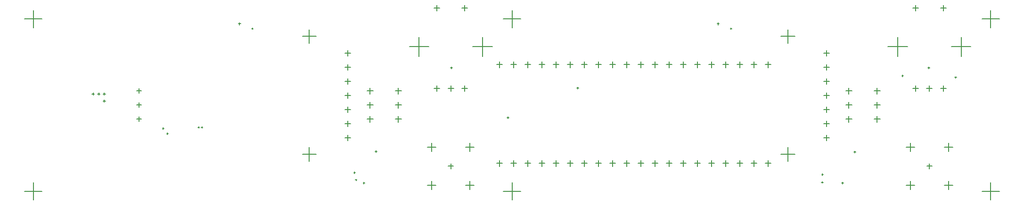
<source format=gbr>
%TF.GenerationSoftware,Altium Limited,Altium Designer,23.7.1 (13)*%
G04 Layer_Color=128*
%FSLAX45Y45*%
%MOMM*%
%TF.SameCoordinates,F0F8C17F-0DA8-4E41-987A-5915CA82B15D*%
%TF.FilePolarity,Positive*%
%TF.FileFunction,Drillmap*%
%TF.Part,Single*%
G01*
G75*
%TA.AperFunction,NonConductor*%
%ADD61C,0.12700*%
D61*
X-277000Y2628000D02*
X-173000D01*
X-225000Y2576000D02*
Y2680000D01*
X-23000Y2628000D02*
X81000D01*
X29000Y2576000D02*
Y2680000D01*
X231000Y2628000D02*
X335000D01*
X283000Y2576000D02*
Y2680000D01*
X485000Y2628000D02*
X589000D01*
X537000Y2576000D02*
Y2680000D01*
X739000Y2628000D02*
X843000D01*
X791000Y2576000D02*
Y2680000D01*
X993000Y2628000D02*
X1097000D01*
X1045000Y2576000D02*
Y2680000D01*
X1247000Y2628000D02*
X1351000D01*
X1299000Y2576000D02*
Y2680000D01*
X1501000Y2628000D02*
X1605000D01*
X1553000Y2576000D02*
Y2680000D01*
X1755000Y2628000D02*
X1859000D01*
X1807000Y2576000D02*
Y2680000D01*
X2009000Y2628000D02*
X2113000D01*
X2061000Y2576000D02*
Y2680000D01*
X2263000Y2628000D02*
X2367000D01*
X2315000Y2576000D02*
Y2680000D01*
X2517000Y2628000D02*
X2621000D01*
X2569000Y2576000D02*
Y2680000D01*
X2771000Y2628000D02*
X2875000D01*
X2823000Y2576000D02*
Y2680000D01*
X3025000Y2628000D02*
X3129000D01*
X3077000Y2576000D02*
Y2680000D01*
X3279000Y2628000D02*
X3383000D01*
X3331000Y2576000D02*
Y2680000D01*
X3533000Y2628000D02*
X3637000D01*
X3585000Y2576000D02*
Y2680000D01*
X3787000Y2628000D02*
X3891000D01*
X3839000Y2576000D02*
Y2680000D01*
X4041000Y2628000D02*
X4145000D01*
X4093000Y2576000D02*
Y2680000D01*
X4295000Y2628000D02*
X4399000D01*
X4347000Y2576000D02*
Y2680000D01*
X4549000Y2628000D02*
X4653000D01*
X4601000Y2576000D02*
Y2680000D01*
X7200000Y3649999D02*
X7300000D01*
X7250000Y3599999D02*
Y3699998D01*
X7700000Y3649999D02*
X7800000D01*
X7750000Y3599999D02*
Y3699998D01*
X7200000Y2199998D02*
X7300000D01*
X7250000Y2149998D02*
Y2249998D01*
X7450000Y2199998D02*
X7550000D01*
X7500000Y2149998D02*
Y2249998D01*
X7700000Y2199998D02*
X7800000D01*
X7750000Y2149998D02*
Y2249998D01*
X6755000Y2949998D02*
X7105000D01*
X6930000Y2774999D02*
Y3124998D01*
X7895000Y2949998D02*
X8245000D01*
X8070000Y2774999D02*
Y3124998D01*
X6503500Y1899998D02*
X6612500D01*
X6558000Y1845498D02*
Y1954499D01*
X6503500Y2153998D02*
X6612500D01*
X6558000Y2099498D02*
Y2208499D01*
X5995500Y1645998D02*
X6104500D01*
X6050000Y1591498D02*
Y1700499D01*
X5995500Y1899998D02*
X6104500D01*
X6050000Y1845498D02*
Y1954499D01*
X5995500Y2153998D02*
X6104500D01*
X6050000Y2099498D02*
Y2208499D01*
X6503500Y1645998D02*
X6612500D01*
X6558000Y1591498D02*
Y1700499D01*
X-3767000Y1015998D02*
X-3517000D01*
X-3642000Y890998D02*
Y1140998D01*
X-3767000Y3135998D02*
X-3517000D01*
X-3642000Y3010998D02*
Y3260998D01*
X-3002000Y1313998D02*
X-2902000D01*
X-2952000Y1263998D02*
Y1363998D01*
X-3002000Y1567998D02*
X-2902000D01*
X-2952000Y1517998D02*
Y1617998D01*
X-3002000Y1821998D02*
X-2902000D01*
X-2952000Y1771998D02*
Y1871998D01*
X-3002000Y2075998D02*
X-2902000D01*
X-2952000Y2025998D02*
Y2125998D01*
X-3002000Y2329998D02*
X-2902000D01*
X-2952000Y2279998D02*
Y2379998D01*
X-3002000Y2583998D02*
X-2902000D01*
X-2952000Y2533998D02*
Y2633998D01*
X-3002000Y2837998D02*
X-2902000D01*
X-2952000Y2787998D02*
Y2887998D01*
X-6742500Y1646000D02*
X-6657500D01*
X-6700000Y1603500D02*
Y1688500D01*
X-6742500Y1900000D02*
X-6657500D01*
X-6700000Y1857500D02*
Y1942500D01*
X-6742500Y2154000D02*
X-6657500D01*
X-6700000Y2111500D02*
Y2196500D01*
X-277000Y850000D02*
X-173000D01*
X-225000Y798000D02*
Y902000D01*
X-23000Y850000D02*
X81000D01*
X29000Y798000D02*
Y902000D01*
X231000Y850000D02*
X335000D01*
X283000Y798000D02*
Y902000D01*
X485000Y850000D02*
X589000D01*
X537000Y798000D02*
Y902000D01*
X739000Y850000D02*
X843000D01*
X791000Y798000D02*
Y902000D01*
X993000Y850000D02*
X1097000D01*
X1045000Y798000D02*
Y902000D01*
X1247000Y850000D02*
X1351000D01*
X1299000Y798000D02*
Y902000D01*
X1501000Y850000D02*
X1605000D01*
X1553000Y798000D02*
Y902000D01*
X1755000Y850000D02*
X1859000D01*
X1807000Y798000D02*
Y902000D01*
X2009000Y850000D02*
X2113000D01*
X2061000Y798000D02*
Y902000D01*
X2263000Y850000D02*
X2367000D01*
X2315000Y798000D02*
Y902000D01*
X2517000Y850000D02*
X2621000D01*
X2569000Y798000D02*
Y902000D01*
X2771000Y850000D02*
X2875000D01*
X2823000Y798000D02*
Y902000D01*
X3025000Y850000D02*
X3129000D01*
X3077000Y798000D02*
Y902000D01*
X3279000Y850000D02*
X3383000D01*
X3331000Y798000D02*
Y902000D01*
X3533000Y850000D02*
X3637000D01*
X3585000Y798000D02*
Y902000D01*
X3787000Y850000D02*
X3891000D01*
X3839000Y798000D02*
Y902000D01*
X4041000Y850000D02*
X4145000D01*
X4093000Y798000D02*
Y902000D01*
X4295000Y850000D02*
X4399000D01*
X4347000Y798000D02*
Y902000D01*
X4549000Y850000D02*
X4653000D01*
X4601000Y798000D02*
Y902000D01*
X5598000Y2837998D02*
X5698000D01*
X5648000Y2787998D02*
Y2887998D01*
X5598000Y2583998D02*
X5698000D01*
X5648000Y2533998D02*
Y2633998D01*
X5598000Y2329998D02*
X5698000D01*
X5648000Y2279998D02*
Y2379998D01*
X5598000Y2075998D02*
X5698000D01*
X5648000Y2025998D02*
Y2125998D01*
X5598000Y1821998D02*
X5698000D01*
X5648000Y1771998D02*
Y1871998D01*
X5598000Y1567998D02*
X5698000D01*
X5648000Y1517998D02*
Y1617998D01*
X5598000Y1313998D02*
X5698000D01*
X5648000Y1263998D02*
Y1363998D01*
X4833000Y3135998D02*
X5083000D01*
X4958000Y3010998D02*
Y3260998D01*
X4833000Y1015998D02*
X5083000D01*
X4958000Y890998D02*
Y1140998D01*
X-1149530Y799998D02*
X-1050470D01*
X-1100000Y750468D02*
Y849528D01*
X-1519100Y1144168D02*
X-1369240D01*
X-1444170Y1069238D02*
Y1219098D01*
X-830760Y1144168D02*
X-680900D01*
X-755830Y1069238D02*
Y1219098D01*
X-1519100Y455828D02*
X-1369240D01*
X-1444170Y380898D02*
Y530758D01*
X-830760Y455828D02*
X-680900D01*
X-755830Y380898D02*
Y530758D01*
X7450470Y799998D02*
X7549530D01*
X7500000Y750468D02*
Y849528D01*
X7080900Y1144168D02*
X7230760D01*
X7155830Y1069238D02*
Y1219098D01*
X7769240Y1144168D02*
X7919100D01*
X7844170Y1069238D02*
Y1219098D01*
X7080900Y455828D02*
X7230760D01*
X7155830Y380898D02*
Y530758D01*
X7769240Y455828D02*
X7919100D01*
X7844170Y380898D02*
Y530758D01*
X-2604500Y1645998D02*
X-2495500D01*
X-2550000Y1591498D02*
Y1700499D01*
X-2604500Y1899998D02*
X-2495500D01*
X-2550000Y1845498D02*
Y1954499D01*
X-2604500Y2153998D02*
X-2495500D01*
X-2550000Y2099498D02*
Y2208499D01*
X-2096500Y1645998D02*
X-1987500D01*
X-2042000Y1591498D02*
Y1700499D01*
X-2096500Y1899998D02*
X-1987500D01*
X-2042000Y1845498D02*
Y1954499D01*
X-2096500Y2153998D02*
X-1987500D01*
X-2042000Y2099498D02*
Y2208499D01*
X-705000Y2949998D02*
X-355000D01*
X-530000Y2774999D02*
Y3124998D01*
X-1845000Y2949998D02*
X-1495000D01*
X-1670000Y2774999D02*
Y3124998D01*
X-900000Y2199998D02*
X-800000D01*
X-850000Y2149998D02*
Y2249998D01*
X-1150000Y2199998D02*
X-1050000D01*
X-1100000Y2149998D02*
Y2249998D01*
X-1400000Y2199998D02*
X-1300000D01*
X-1350000Y2149998D02*
Y2249998D01*
X-900000Y3649999D02*
X-800000D01*
X-850000Y3599999D02*
Y3699998D01*
X-1400000Y3649999D02*
X-1300000D01*
X-1350000Y3599999D02*
Y3699998D01*
X-8755000Y3449998D02*
X-8445000D01*
X-8600000Y3294998D02*
Y3604998D01*
X-8755000Y349999D02*
X-8445000D01*
X-8600000Y194999D02*
Y504998D01*
X-155000Y349999D02*
X155000D01*
X-0Y194999D02*
Y504998D01*
X-155000Y3449998D02*
X155000D01*
X0Y3294998D02*
Y3604998D01*
X8445000Y349999D02*
X8755000D01*
X8600000Y194999D02*
Y504998D01*
X8445000Y3449998D02*
X8755000D01*
X8600000Y3294998D02*
Y3604998D01*
X7002500Y2430000D02*
X7032500D01*
X7017500Y2415000D02*
Y2445000D01*
X-1102500Y2575000D02*
X-1072500D01*
X-1087500Y2560000D02*
Y2590000D01*
X-2457500Y1067500D02*
X-2427500D01*
X-2442500Y1052500D02*
Y1082500D01*
X-87671Y1674829D02*
X-57671D01*
X-72671Y1659829D02*
Y1689829D01*
X-2843570Y685000D02*
X-2813570D01*
X-2828570Y670000D02*
Y700000D01*
X5558817Y509545D02*
X5588817D01*
X5573817Y494545D02*
Y524545D01*
X1166288Y2207740D02*
X1196288D01*
X1181288Y2192740D02*
Y2222740D01*
X7957500Y2400000D02*
X7987500D01*
X7972500Y2385000D02*
Y2415000D01*
X5562500Y650000D02*
X5592500D01*
X5577500Y635000D02*
Y665000D01*
X-2675000Y498665D02*
X-2645000D01*
X-2660000Y483665D02*
Y513665D01*
X-2817500Y555000D02*
X-2787500D01*
X-2802500Y540000D02*
Y570000D01*
X7472500Y2575000D02*
X7502500D01*
X7487500Y2560000D02*
Y2590000D01*
X5925000Y498665D02*
X5955000D01*
X5940000Y483665D02*
Y513665D01*
X6143898Y1056568D02*
X6173898D01*
X6158898Y1041568D02*
Y1071568D01*
X-5585000Y1500000D02*
X-5555000D01*
X-5570000Y1485000D02*
Y1515000D01*
X-5645000Y1500000D02*
X-5615000D01*
X-5630000Y1485000D02*
Y1515000D01*
X-6282524Y1480000D02*
X-6252524D01*
X-6267524Y1465000D02*
Y1495000D01*
X-6205000Y1387500D02*
X-6175000D01*
X-6190000Y1372500D02*
Y1402500D01*
X-4680000Y3279000D02*
X-4650000D01*
X-4665000Y3264000D02*
Y3294000D01*
X-4915199Y3367500D02*
X-4875199D01*
X-4895199Y3347500D02*
Y3387500D01*
X3920000Y3279000D02*
X3950000D01*
X3935000Y3264000D02*
Y3294000D01*
X3684801Y3367500D02*
X3724801D01*
X3704801Y3347500D02*
Y3387500D01*
X-7545000Y2100000D02*
X-7505000D01*
X-7525000Y2080000D02*
Y2120000D01*
X-7445000Y2100000D02*
X-7405000D01*
X-7425000Y2080000D02*
Y2120000D01*
X-7345000Y2100000D02*
X-7305000D01*
X-7325000Y2080000D02*
Y2120000D01*
X-7345000Y1975000D02*
X-7305000D01*
X-7325000Y1955000D02*
Y1995000D01*
%TF.MD5,44ed5e2c4b7f422ffb40a1c941e45b53*%
M02*

</source>
